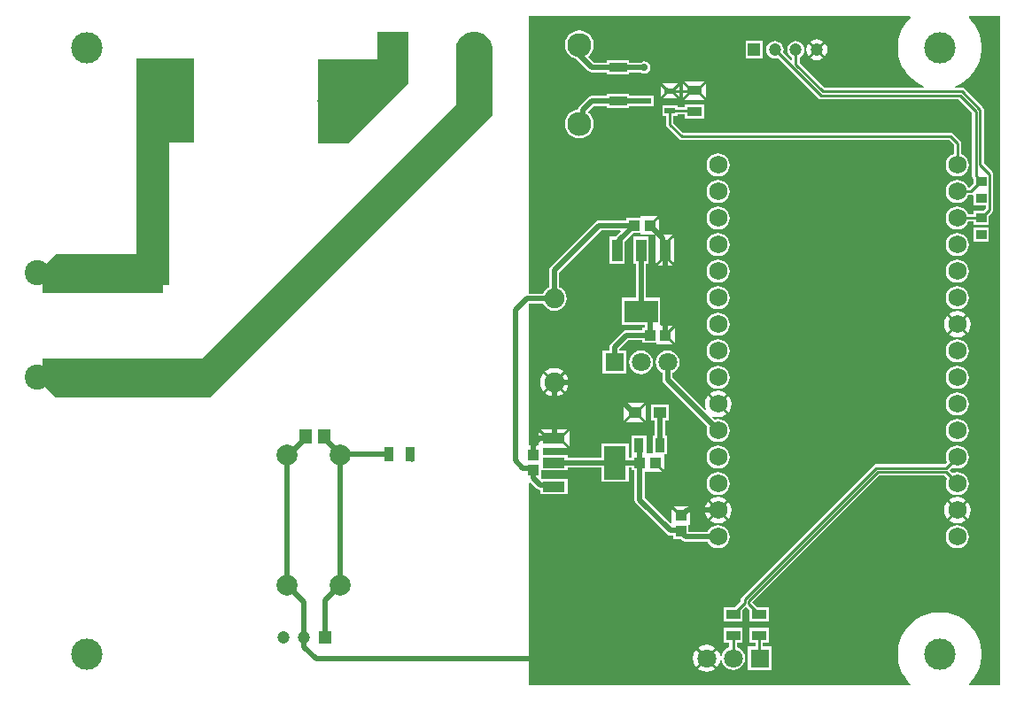
<source format=gtl>
G04*
G04 #@! TF.GenerationSoftware,Altium Limited,Altium Designer,19.1.7 (138)*
G04*
G04 Layer_Physical_Order=1*
G04 Layer_Color=255*
%FSLAX44Y44*%
%MOMM*%
G71*
G01*
G75*
%ADD10C,0.2500*%
%ADD12C,0.2540*%
%ADD18R,1.0000X2.1500*%
%ADD19R,3.2500X2.1500*%
%ADD20R,1.1500X1.4500*%
%ADD21R,0.9500X1.4000*%
%ADD22R,1.0000X1.0000*%
%ADD23R,1.4000X0.9500*%
%ADD24R,1.0000X0.9000*%
%ADD25R,1.0000X1.0000*%
%ADD26R,2.1500X3.2500*%
%ADD27R,2.1500X1.0000*%
%ADD28R,1.7000X0.9000*%
%ADD29R,1.0000X0.6000*%
%ADD30R,1.3000X1.1000*%
%ADD54C,0.5000*%
%ADD55C,1.0000*%
%ADD56C,2.4000*%
%ADD57R,1.2000X1.2000*%
%ADD58C,1.2000*%
%ADD59C,3.0000*%
%ADD60C,2.0000*%
%ADD61C,1.8000*%
%ADD62R,1.8000X1.8000*%
%ADD63C,1.7530*%
%ADD64C,2.3000*%
%ADD65C,1.9000*%
%ADD66C,0.5000*%
%ADD67C,0.7000*%
G36*
X437959Y629347D02*
X441053Y628065D01*
X443837Y626205D01*
X446205Y623837D01*
X448065Y621053D01*
X449347Y617959D01*
X450000Y614674D01*
X450000Y613000D01*
X450000Y613000D01*
X450000Y550000D01*
X180000Y280000D01*
X32500Y280000D01*
X20000Y292500D01*
X20000Y317500D01*
X50000Y317500D01*
X172500Y317500D01*
X415000Y560000D01*
X415000Y613000D01*
Y614674D01*
X415653Y617959D01*
X416935Y621053D01*
X418795Y623837D01*
X421163Y626205D01*
X423947Y628065D01*
X427041Y629347D01*
X430326Y630000D01*
X432000D01*
X432000Y630000D01*
X433000Y630000D01*
X434674Y630000D01*
X437959Y629347D01*
D02*
G37*
G36*
X934902Y5098D02*
X905826D01*
X905340Y6271D01*
X907638Y8569D01*
X910830Y12729D01*
X913452Y17270D01*
X915458Y22115D01*
X916815Y27180D01*
X917500Y32378D01*
X917500Y35000D01*
X917500Y37622D01*
X916815Y42820D01*
X915458Y47885D01*
X913452Y52729D01*
X910830Y57270D01*
X907638Y61430D01*
X903930Y65138D01*
X899771Y68330D01*
X895229Y70952D01*
X890385Y72958D01*
X885320Y74316D01*
X880122Y75000D01*
X877500Y75000D01*
X874878D01*
X869680Y74316D01*
X864615Y72958D01*
X859770Y70952D01*
X855229Y68330D01*
X851069Y65138D01*
X847362Y61430D01*
X844170Y57270D01*
X841548Y52729D01*
X839541Y47885D01*
X838184Y42820D01*
X837500Y37622D01*
Y32378D01*
X838184Y27180D01*
X839541Y22115D01*
X841548Y17270D01*
X844170Y12729D01*
X847362Y8569D01*
X849660Y6271D01*
X849174Y5098D01*
X485000D01*
Y198427D01*
X486270Y198953D01*
X492112Y193111D01*
X493666Y192073D01*
X495500Y191708D01*
X495800Y190497D01*
Y187800D01*
X521700D01*
Y202200D01*
X496610D01*
X496200Y203300D01*
X496200Y203300D01*
X496200D01*
X496200Y203300D01*
Y210800D01*
X521700D01*
Y213208D01*
X554300D01*
Y199550D01*
X580200D01*
Y213208D01*
X583300D01*
Y210800D01*
X585708D01*
Y182500D01*
X585708Y182500D01*
X586073Y180666D01*
X587112Y179111D01*
X616612Y149612D01*
X618166Y148573D01*
X620000Y148208D01*
X620000Y148208D01*
X622800D01*
Y145300D01*
X629423D01*
X630911Y143812D01*
X630911Y143812D01*
X632466Y142773D01*
X634300Y142408D01*
X634300Y142408D01*
X655816D01*
X656122Y141670D01*
X657880Y139380D01*
X660170Y137622D01*
X662838Y136517D01*
X665700Y136140D01*
X668562Y136517D01*
X671230Y137622D01*
X673520Y139380D01*
X675278Y141670D01*
X676383Y144338D01*
X676760Y147200D01*
X676383Y150062D01*
X675278Y152730D01*
X673520Y155020D01*
X671230Y156778D01*
X668562Y157883D01*
X665700Y158260D01*
X662838Y157883D01*
X660170Y156778D01*
X657880Y155020D01*
X656122Y152730D01*
X655816Y151992D01*
X637200D01*
Y158500D01*
X639000D01*
Y174704D01*
X630898Y166602D01*
X630000Y167500D01*
X629102Y166602D01*
X621000Y174704D01*
Y160436D01*
X619827Y159950D01*
X595292Y184485D01*
Y208850D01*
X596500Y209000D01*
Y209000D01*
X612704D01*
X604602Y217102D01*
X606398Y218898D01*
X614500Y210796D01*
Y225800D01*
X616950D01*
Y244200D01*
X614792D01*
Y258300D01*
X618700D01*
Y273700D01*
X601300D01*
Y258300D01*
X605208D01*
Y244200D01*
X603050D01*
Y227000D01*
X596950D01*
Y244200D01*
X583050D01*
Y226367D01*
X583050Y225800D01*
X583050D01*
X583300Y225200D01*
X583300Y225200D01*
Y222792D01*
X580200D01*
Y236450D01*
X554300D01*
Y222792D01*
X521700D01*
Y225200D01*
X498000D01*
Y232000D01*
X521704D01*
X513602Y240102D01*
X514500Y241000D01*
X513602Y241898D01*
X521704Y250000D01*
X495796D01*
X503898Y241898D01*
X502102Y240102D01*
X494000Y248204D01*
Y234500D01*
X485000D01*
Y370208D01*
X498321D01*
X498780Y369100D01*
X500656Y366656D01*
X503100Y364780D01*
X505946Y363601D01*
X509000Y363199D01*
X512054Y363601D01*
X514901Y364780D01*
X517345Y366656D01*
X519220Y369100D01*
X520399Y371946D01*
X520801Y375000D01*
X520399Y378054D01*
X519220Y380900D01*
X517345Y383344D01*
X514901Y385220D01*
X513792Y385679D01*
Y400015D01*
X553985Y440208D01*
X572272D01*
X572758Y439035D01*
X568111Y434389D01*
X567985Y434200D01*
X561800D01*
Y408300D01*
X576200D01*
Y423287D01*
X576292Y423750D01*
Y429015D01*
X585077Y437800D01*
X591500D01*
Y436000D01*
X604730D01*
X606000Y436000D01*
X606000Y434730D01*
Y408296D01*
X614102Y416398D01*
X615000Y415500D01*
X615898Y416398D01*
X624000Y408296D01*
Y434204D01*
X615898Y426102D01*
X614102Y427898D01*
X622204Y436000D01*
X610770D01*
X609500Y436000D01*
X609500Y437270D01*
Y452204D01*
X601398Y444102D01*
X599602Y445898D01*
X607704Y454000D01*
X591500D01*
Y452200D01*
X578300D01*
Y449792D01*
X552000D01*
X552000Y449792D01*
X550166Y449427D01*
X548611Y448388D01*
X548611Y448388D01*
X505611Y405388D01*
X504573Y403834D01*
X504208Y402000D01*
X504208Y402000D01*
Y385679D01*
X503100Y385220D01*
X500656Y383344D01*
X498780Y380900D01*
X498321Y379792D01*
X485000D01*
Y644902D01*
X849174D01*
X849660Y643729D01*
X847362Y641430D01*
X844170Y637270D01*
X841548Y632729D01*
X839541Y627885D01*
X838184Y622820D01*
X837500Y617622D01*
Y612378D01*
X838184Y607179D01*
X839541Y602115D01*
X841548Y597270D01*
X844170Y592729D01*
X847362Y588569D01*
X851070Y584862D01*
X855230Y581670D01*
X859771Y579048D01*
X862668Y577848D01*
X862415Y576578D01*
X767139D01*
X743538Y600179D01*
Y605590D01*
X744135Y605837D01*
X745848Y607152D01*
X747163Y608865D01*
X747989Y610859D01*
X748271Y613000D01*
X747989Y615141D01*
X747163Y617135D01*
X745848Y618848D01*
X744135Y620163D01*
X742141Y620989D01*
X740000Y621271D01*
X737859Y620989D01*
X735865Y620163D01*
X734152Y618848D01*
X732837Y617135D01*
X732011Y615141D01*
X731729Y613000D01*
X732011Y610859D01*
X732837Y608865D01*
X734152Y607152D01*
X735865Y605837D01*
X736462Y605590D01*
Y603201D01*
X735289Y602715D01*
X727741Y610262D01*
X727989Y610859D01*
X728271Y613000D01*
X727989Y615141D01*
X727163Y617135D01*
X725848Y618848D01*
X724135Y620163D01*
X722141Y620989D01*
X720000Y621271D01*
X717859Y620989D01*
X715865Y620163D01*
X714152Y618848D01*
X712837Y617135D01*
X712011Y615141D01*
X711729Y613000D01*
X712011Y610859D01*
X712837Y608865D01*
X714152Y607152D01*
X715865Y605837D01*
X717859Y605011D01*
X720000Y604729D01*
X722141Y605011D01*
X722738Y605258D01*
X761498Y566498D01*
X762646Y565731D01*
X764000Y565462D01*
X895535D01*
X908462Y552534D01*
Y492000D01*
X908731Y490646D01*
X909498Y489498D01*
X909800Y489197D01*
Y485303D01*
X905876Y481380D01*
X904434Y481588D01*
X903878Y482930D01*
X902120Y485220D01*
X899830Y486978D01*
X897162Y488083D01*
X894300Y488460D01*
X891438Y488083D01*
X888770Y486978D01*
X886480Y485220D01*
X884722Y482930D01*
X883617Y480262D01*
X883240Y477400D01*
X883617Y474538D01*
X884722Y471870D01*
X886480Y469580D01*
X888770Y467822D01*
X891438Y466717D01*
X894300Y466340D01*
X897162Y466717D01*
X899830Y467822D01*
X902120Y469580D01*
X903878Y471870D01*
X904703Y473862D01*
X906900D01*
X908254Y474131D01*
X908530Y474316D01*
X909800Y473637D01*
Y464300D01*
X921462D01*
Y461465D01*
X918697Y458700D01*
X909800D01*
Y455538D01*
X904703D01*
X903878Y457530D01*
X902120Y459820D01*
X899830Y461578D01*
X897162Y462683D01*
X894300Y463060D01*
X891438Y462683D01*
X888770Y461578D01*
X886480Y459820D01*
X884722Y457530D01*
X883617Y454862D01*
X883240Y452000D01*
X883617Y449138D01*
X884722Y446470D01*
X886480Y444180D01*
X888770Y442422D01*
X891438Y441317D01*
X894300Y440940D01*
X897162Y441317D01*
X899830Y442422D01*
X902120Y444180D01*
X903878Y446470D01*
X904703Y448462D01*
X909800D01*
Y445300D01*
X924200D01*
Y454197D01*
X927502Y457498D01*
X928269Y458646D01*
X928538Y460000D01*
Y494000D01*
X928269Y495354D01*
X927502Y496502D01*
X919578Y504426D01*
Y555673D01*
X919309Y557027D01*
X918542Y558175D01*
X901175Y575542D01*
X900027Y576309D01*
X898673Y576578D01*
X892585D01*
X892332Y577848D01*
X895230Y579048D01*
X899771Y581670D01*
X903930Y584862D01*
X907638Y588569D01*
X910830Y592729D01*
X913452Y597270D01*
X915458Y602115D01*
X916815Y607179D01*
X917500Y612378D01*
X917500Y615000D01*
X917500Y617622D01*
X916815Y622820D01*
X915458Y627885D01*
X913452Y632729D01*
X910830Y637270D01*
X907638Y641430D01*
X905340Y643729D01*
X905826Y644902D01*
X934902D01*
X934902Y5098D01*
D02*
G37*
G36*
X165000Y524000D02*
X141000Y524000D01*
X141000Y388000D01*
X135000Y388000D01*
Y380000D01*
X50000Y380000D01*
X20000Y380000D01*
X20000Y405000D01*
X32500Y417500D01*
X110000Y417500D01*
X110000Y605000D01*
X165000Y605000D01*
X165000Y524000D01*
D02*
G37*
G36*
X370000Y581000D02*
X312000Y523000D01*
X283000D01*
Y604000D01*
X340000D01*
Y630000D01*
X370000D01*
Y581000D01*
D02*
G37*
%LPC*%
G36*
X760000Y623086D02*
X757390Y622743D01*
X754957Y621735D01*
X753884Y620912D01*
X760000Y614796D01*
X766116Y620912D01*
X765043Y621735D01*
X762610Y622743D01*
X760000Y623086D01*
D02*
G37*
G36*
X767912Y619116D02*
X761796Y613000D01*
X767912Y606884D01*
X768735Y607957D01*
X769743Y610390D01*
X770086Y613000D01*
X769743Y615611D01*
X768735Y618043D01*
X767912Y619116D01*
D02*
G37*
G36*
X752088Y619116D02*
X751265Y618043D01*
X750257Y615611D01*
X749914Y613000D01*
X750257Y610390D01*
X751265Y607957D01*
X752088Y606884D01*
X758204Y613000D01*
X752088Y619116D01*
D02*
G37*
G36*
X708200Y621200D02*
X691800D01*
Y604800D01*
X708200D01*
Y621200D01*
D02*
G37*
G36*
X760000Y611204D02*
X753884Y605088D01*
X754957Y604265D01*
X757390Y603257D01*
X760000Y602914D01*
X762610Y603257D01*
X765043Y604265D01*
X766116Y605088D01*
X760000Y611204D01*
D02*
G37*
G36*
X533000Y631418D02*
X529424Y630947D01*
X526091Y629567D01*
X523229Y627371D01*
X521033Y624509D01*
X519653Y621176D01*
X519182Y617600D01*
X519653Y614024D01*
X521033Y610691D01*
X523229Y607829D01*
X526091Y605633D01*
X529424Y604253D01*
X530053Y604170D01*
X541612Y592612D01*
X543166Y591573D01*
X545000Y591208D01*
X545000Y591208D01*
X559300D01*
Y589300D01*
X580700D01*
Y591208D01*
X591912D01*
X592776Y590631D01*
X595000Y590188D01*
X597224Y590631D01*
X599109Y591890D01*
X600369Y593776D01*
X600812Y596000D01*
X600369Y598224D01*
X599109Y600109D01*
X597224Y601369D01*
X595000Y601812D01*
X592776Y601369D01*
X591912Y600792D01*
X580700D01*
Y602700D01*
X559300D01*
Y600792D01*
X546985D01*
X541855Y605922D01*
X541938Y607190D01*
X542771Y607829D01*
X544967Y610691D01*
X546347Y614024D01*
X546818Y617600D01*
X546347Y621176D01*
X544967Y624509D01*
X542771Y627371D01*
X539909Y629567D01*
X536576Y630947D01*
X533000Y631418D01*
D02*
G37*
G36*
X580700Y570700D02*
X559300D01*
Y568792D01*
X545000D01*
X545000Y568792D01*
X543166Y568427D01*
X541612Y567389D01*
X541612Y567388D01*
X533056Y558833D01*
X532017Y557278D01*
X531692Y555646D01*
X529424Y555347D01*
X526091Y553967D01*
X523229Y551771D01*
X521033Y548909D01*
X519653Y545576D01*
X519182Y542000D01*
X519653Y538424D01*
X521033Y535091D01*
X523229Y532229D01*
X526091Y530033D01*
X529424Y528653D01*
X533000Y528182D01*
X536576Y528653D01*
X539909Y530033D01*
X542771Y532229D01*
X544967Y535091D01*
X546347Y538424D01*
X546818Y542000D01*
X546347Y545576D01*
X544967Y548909D01*
X542771Y551771D01*
X541879Y552455D01*
X541792Y554015D01*
X546985Y559208D01*
X559300D01*
Y557300D01*
X580700D01*
Y559208D01*
X589370D01*
Y558800D01*
X603770D01*
Y569200D01*
X589370D01*
Y568792D01*
X580700D01*
Y570700D01*
D02*
G37*
G36*
X628500Y578704D02*
X623296Y573500D01*
X628500Y568296D01*
Y578704D01*
D02*
G37*
G36*
X610500Y578704D02*
Y568296D01*
X615704Y573500D01*
X610500Y578704D01*
D02*
G37*
G36*
X632000Y580954D02*
Y567046D01*
X638954Y574000D01*
X632000Y580954D01*
D02*
G37*
G36*
X654000Y580954D02*
X647046Y574000D01*
X654000Y567046D01*
Y580954D01*
D02*
G37*
G36*
X626704Y580500D02*
X612296D01*
X618398Y574398D01*
X617500Y573500D01*
X618398Y572602D01*
X612296Y566500D01*
X626704D01*
X620602Y572602D01*
X621500Y573500D01*
X620602Y574398D01*
X626704Y580500D01*
D02*
G37*
G36*
X652204Y582750D02*
X633796D01*
X641648Y574898D01*
X640750Y574000D01*
X641648Y573102D01*
X633796Y565250D01*
X652204D01*
X644352Y573102D01*
X645250Y574000D01*
X644352Y574898D01*
X652204Y582750D01*
D02*
G37*
G36*
X652200Y560950D02*
X633800D01*
Y558018D01*
X626700D01*
Y559700D01*
X612300D01*
Y549300D01*
X615982D01*
Y541500D01*
X616250Y540154D01*
X617013Y539013D01*
X628513Y527513D01*
X629654Y526750D01*
X631000Y526482D01*
X886543D01*
X890782Y522243D01*
Y513211D01*
X888770Y512378D01*
X886480Y510620D01*
X884722Y508330D01*
X883617Y505662D01*
X883240Y502800D01*
X883617Y499938D01*
X884722Y497270D01*
X886480Y494980D01*
X888770Y493222D01*
X891438Y492117D01*
X894300Y491740D01*
X897162Y492117D01*
X899830Y493222D01*
X902120Y494980D01*
X903878Y497270D01*
X904983Y499938D01*
X905360Y502800D01*
X904983Y505662D01*
X903878Y508330D01*
X902120Y510620D01*
X899830Y512378D01*
X897818Y513211D01*
Y523700D01*
X897550Y525046D01*
X896787Y526187D01*
X890487Y532487D01*
X889346Y533250D01*
X888000Y533518D01*
X632457D01*
X623018Y542957D01*
Y549300D01*
X626700D01*
Y550982D01*
X633800D01*
Y547050D01*
X652200D01*
Y560950D01*
D02*
G37*
G36*
X665700Y513860D02*
X662838Y513483D01*
X660170Y512378D01*
X657880Y510620D01*
X656122Y508330D01*
X655017Y505662D01*
X654640Y502800D01*
X655017Y499938D01*
X656122Y497270D01*
X657880Y494980D01*
X660170Y493222D01*
X662838Y492117D01*
X665700Y491740D01*
X668562Y492117D01*
X671230Y493222D01*
X673520Y494980D01*
X675278Y497270D01*
X676383Y499938D01*
X676760Y502800D01*
X676383Y505662D01*
X675278Y508330D01*
X673520Y510620D01*
X671230Y512378D01*
X668562Y513483D01*
X665700Y513860D01*
D02*
G37*
G36*
Y488460D02*
X662838Y488083D01*
X660170Y486978D01*
X657880Y485220D01*
X656122Y482930D01*
X655017Y480262D01*
X654640Y477400D01*
X655017Y474538D01*
X656122Y471870D01*
X657880Y469580D01*
X660170Y467822D01*
X662838Y466717D01*
X665700Y466340D01*
X668562Y466717D01*
X671230Y467822D01*
X673520Y469580D01*
X675278Y471870D01*
X676383Y474538D01*
X676760Y477400D01*
X676383Y480262D01*
X675278Y482930D01*
X673520Y485220D01*
X671230Y486978D01*
X668562Y488083D01*
X665700Y488460D01*
D02*
G37*
G36*
Y463060D02*
X662838Y462683D01*
X660170Y461578D01*
X657880Y459820D01*
X656122Y457530D01*
X655017Y454862D01*
X654640Y452000D01*
X655017Y449138D01*
X656122Y446470D01*
X657880Y444180D01*
X660170Y442422D01*
X662838Y441317D01*
X665700Y440940D01*
X668562Y441317D01*
X671230Y442422D01*
X673520Y444180D01*
X675278Y446470D01*
X676383Y449138D01*
X676760Y452000D01*
X676383Y454862D01*
X675278Y457530D01*
X673520Y459820D01*
X671230Y461578D01*
X668562Y462683D01*
X665700Y463060D01*
D02*
G37*
G36*
X924200Y442700D02*
X909800D01*
Y429300D01*
X924200D01*
Y442700D01*
D02*
G37*
G36*
X894300Y437660D02*
X891438Y437283D01*
X888770Y436178D01*
X886480Y434420D01*
X884722Y432130D01*
X883617Y429462D01*
X883240Y426600D01*
X883617Y423738D01*
X884722Y421070D01*
X886480Y418780D01*
X888770Y417022D01*
X891438Y415917D01*
X894300Y415540D01*
X897162Y415917D01*
X899830Y417022D01*
X902120Y418780D01*
X903878Y421070D01*
X904983Y423738D01*
X905360Y426600D01*
X904983Y429462D01*
X903878Y432130D01*
X902120Y434420D01*
X899830Y436178D01*
X897162Y437283D01*
X894300Y437660D01*
D02*
G37*
G36*
X665700D02*
X662838Y437283D01*
X660170Y436178D01*
X657880Y434420D01*
X656122Y432130D01*
X655017Y429462D01*
X654640Y426600D01*
X655017Y423738D01*
X656122Y421070D01*
X657880Y418780D01*
X660170Y417022D01*
X662838Y415917D01*
X665700Y415540D01*
X668562Y415917D01*
X671230Y417022D01*
X673520Y418780D01*
X675278Y421070D01*
X676383Y423738D01*
X676760Y426600D01*
X676383Y429462D01*
X675278Y432130D01*
X673520Y434420D01*
X671230Y436178D01*
X668562Y437283D01*
X665700Y437660D01*
D02*
G37*
G36*
X615000Y413704D02*
X607796Y406500D01*
X622204D01*
X615000Y413704D01*
D02*
G37*
G36*
X894300Y412260D02*
X891438Y411883D01*
X888770Y410778D01*
X886480Y409020D01*
X884722Y406730D01*
X883617Y404062D01*
X883240Y401200D01*
X883617Y398338D01*
X884722Y395670D01*
X886480Y393380D01*
X888770Y391622D01*
X891438Y390517D01*
X894300Y390140D01*
X897162Y390517D01*
X899830Y391622D01*
X902120Y393380D01*
X903878Y395670D01*
X904983Y398338D01*
X905360Y401200D01*
X904983Y404062D01*
X903878Y406730D01*
X902120Y409020D01*
X899830Y410778D01*
X897162Y411883D01*
X894300Y412260D01*
D02*
G37*
G36*
X665700D02*
X662838Y411883D01*
X660170Y410778D01*
X657880Y409020D01*
X656122Y406730D01*
X655017Y404062D01*
X654640Y401200D01*
X655017Y398338D01*
X656122Y395670D01*
X657880Y393380D01*
X660170Y391622D01*
X662838Y390517D01*
X665700Y390140D01*
X668562Y390517D01*
X671230Y391622D01*
X673520Y393380D01*
X675278Y395670D01*
X676383Y398338D01*
X676760Y401200D01*
X676383Y404062D01*
X675278Y406730D01*
X673520Y409020D01*
X671230Y410778D01*
X668562Y411883D01*
X665700Y412260D01*
D02*
G37*
G36*
X894300Y386860D02*
X891438Y386483D01*
X888770Y385378D01*
X886480Y383620D01*
X884722Y381330D01*
X883617Y378662D01*
X883240Y375800D01*
X883617Y372938D01*
X884722Y370270D01*
X886480Y367980D01*
X888770Y366222D01*
X891438Y365117D01*
X894300Y364740D01*
X897162Y365117D01*
X899830Y366222D01*
X902120Y367980D01*
X903878Y370270D01*
X904983Y372938D01*
X905360Y375800D01*
X904983Y378662D01*
X903878Y381330D01*
X902120Y383620D01*
X899830Y385378D01*
X897162Y386483D01*
X894300Y386860D01*
D02*
G37*
G36*
X665700D02*
X662838Y386483D01*
X660170Y385378D01*
X657880Y383620D01*
X656122Y381330D01*
X655017Y378662D01*
X654640Y375800D01*
X655017Y372938D01*
X656122Y370270D01*
X657880Y367980D01*
X660170Y366222D01*
X662838Y365117D01*
X665700Y364740D01*
X668562Y365117D01*
X671230Y366222D01*
X673520Y367980D01*
X675278Y370270D01*
X676383Y372938D01*
X676760Y375800D01*
X676383Y378662D01*
X675278Y381330D01*
X673520Y383620D01*
X671230Y385378D01*
X668562Y386483D01*
X665700Y386860D01*
D02*
G37*
G36*
X894300Y363275D02*
X890968Y362836D01*
X887862Y361550D01*
X886212Y360284D01*
X894300Y352196D01*
X902388Y360284D01*
X900738Y361550D01*
X897632Y362836D01*
X894300Y363275D01*
D02*
G37*
G36*
X599200Y434200D02*
X584800D01*
Y408300D01*
X587208D01*
Y375700D01*
X573550D01*
Y349800D01*
X595708D01*
Y347200D01*
X593300D01*
Y344792D01*
X578000D01*
X578000Y344792D01*
X576166Y344427D01*
X574612Y343388D01*
X563212Y331988D01*
X562173Y330434D01*
X561808Y328600D01*
X561808Y328600D01*
Y325200D01*
X555400D01*
Y302800D01*
X577800D01*
Y325200D01*
X571392D01*
Y326615D01*
X579985Y335208D01*
X593300D01*
Y332800D01*
X606500D01*
Y331000D01*
X622704D01*
X614602Y339102D01*
X615500Y340000D01*
X614602Y340898D01*
X622704Y349000D01*
X611389D01*
X610450Y349800D01*
Y375700D01*
X596792D01*
Y408300D01*
X599200D01*
Y434200D01*
D02*
G37*
G36*
X904184Y358488D02*
X896096Y350400D01*
X904184Y342312D01*
X905450Y343962D01*
X906736Y347068D01*
X907175Y350400D01*
X906736Y353732D01*
X905450Y356838D01*
X904184Y358488D01*
D02*
G37*
G36*
X884416Y358488D02*
X883150Y356838D01*
X881864Y353732D01*
X881425Y350400D01*
X881864Y347068D01*
X883150Y343962D01*
X884416Y342312D01*
X892504Y350400D01*
X884416Y358488D01*
D02*
G37*
G36*
X665700Y361460D02*
X662838Y361083D01*
X660170Y359978D01*
X657880Y358220D01*
X656122Y355930D01*
X655017Y353262D01*
X654640Y350400D01*
X655017Y347538D01*
X656122Y344870D01*
X657880Y342580D01*
X660170Y340822D01*
X662838Y339717D01*
X665700Y339340D01*
X668562Y339717D01*
X671230Y340822D01*
X673520Y342580D01*
X675278Y344870D01*
X676383Y347538D01*
X676760Y350400D01*
X676383Y353262D01*
X675278Y355930D01*
X673520Y358220D01*
X671230Y359978D01*
X668562Y361083D01*
X665700Y361460D01*
D02*
G37*
G36*
X894300Y348604D02*
X886212Y340516D01*
X887862Y339250D01*
X890968Y337964D01*
X894300Y337525D01*
X897632Y337964D01*
X900738Y339250D01*
X902388Y340516D01*
X894300Y348604D01*
D02*
G37*
G36*
X624500Y347204D02*
X617296Y340000D01*
X624500Y332796D01*
Y347204D01*
D02*
G37*
G36*
X894300Y336060D02*
X891438Y335683D01*
X888770Y334578D01*
X886480Y332820D01*
X884722Y330530D01*
X883617Y327862D01*
X883240Y325000D01*
X883617Y322138D01*
X884722Y319470D01*
X886480Y317180D01*
X888770Y315422D01*
X891438Y314317D01*
X894300Y313940D01*
X897162Y314317D01*
X899830Y315422D01*
X902120Y317180D01*
X903878Y319470D01*
X904983Y322138D01*
X905360Y325000D01*
X904983Y327862D01*
X903878Y330530D01*
X902120Y332820D01*
X899830Y334578D01*
X897162Y335683D01*
X894300Y336060D01*
D02*
G37*
G36*
X665700D02*
X662838Y335683D01*
X660170Y334578D01*
X657880Y332820D01*
X656122Y330530D01*
X655017Y327862D01*
X654640Y325000D01*
X655017Y322138D01*
X656122Y319470D01*
X657880Y317180D01*
X660170Y315422D01*
X662838Y314317D01*
X665700Y313940D01*
X668562Y314317D01*
X671230Y315422D01*
X673520Y317180D01*
X675278Y319470D01*
X676383Y322138D01*
X676760Y325000D01*
X676383Y327862D01*
X675278Y330530D01*
X673520Y332820D01*
X671230Y334578D01*
X668562Y335683D01*
X665700Y336060D01*
D02*
G37*
G36*
X592000Y325297D02*
X589076Y324912D01*
X586352Y323783D01*
X584012Y321988D01*
X582217Y319648D01*
X581088Y316924D01*
X580703Y314000D01*
X581088Y311076D01*
X582217Y308352D01*
X584012Y306012D01*
X586352Y304217D01*
X589076Y303088D01*
X592000Y302703D01*
X594924Y303088D01*
X597648Y304217D01*
X599988Y306012D01*
X601783Y308352D01*
X602912Y311076D01*
X603297Y314000D01*
X602912Y316924D01*
X601783Y319648D01*
X599988Y321988D01*
X597648Y323783D01*
X594924Y324912D01*
X592000Y325297D01*
D02*
G37*
G36*
X509000Y308617D02*
X505476Y308153D01*
X502192Y306792D01*
X500388Y305408D01*
X509000Y296796D01*
X517612Y305408D01*
X515808Y306792D01*
X512524Y308153D01*
X509000Y308617D01*
D02*
G37*
G36*
X894300Y310660D02*
X891438Y310283D01*
X888770Y309178D01*
X886480Y307420D01*
X884722Y305130D01*
X883617Y302462D01*
X883240Y299600D01*
X883617Y296738D01*
X884722Y294070D01*
X886480Y291780D01*
X888770Y290022D01*
X891438Y288917D01*
X894300Y288540D01*
X897162Y288917D01*
X899830Y290022D01*
X902120Y291780D01*
X903878Y294070D01*
X904983Y296738D01*
X905360Y299600D01*
X904983Y302462D01*
X903878Y305130D01*
X902120Y307420D01*
X899830Y309178D01*
X897162Y310283D01*
X894300Y310660D01*
D02*
G37*
G36*
X665700D02*
X662838Y310283D01*
X660170Y309178D01*
X657880Y307420D01*
X656122Y305130D01*
X655017Y302462D01*
X654640Y299600D01*
X655017Y296738D01*
X656122Y294070D01*
X657880Y291780D01*
X660170Y290022D01*
X662838Y288917D01*
X665700Y288540D01*
X668562Y288917D01*
X671230Y290022D01*
X673520Y291780D01*
X675278Y294070D01*
X676383Y296738D01*
X676760Y299600D01*
X676383Y302462D01*
X675278Y305130D01*
X673520Y307420D01*
X671230Y309178D01*
X668562Y310283D01*
X665700Y310660D01*
D02*
G37*
G36*
X498592Y303612D02*
X497208Y301808D01*
X495848Y298524D01*
X495383Y295000D01*
X495848Y291476D01*
X497208Y288192D01*
X498592Y286388D01*
X507204Y295000D01*
X498592Y303612D01*
D02*
G37*
G36*
X519408Y303612D02*
X510796Y295000D01*
X519408Y286388D01*
X520792Y288192D01*
X522152Y291476D01*
X522617Y295000D01*
X522152Y298524D01*
X520792Y301808D01*
X519408Y303612D01*
D02*
G37*
G36*
X509000Y293204D02*
X500388Y284592D01*
X502192Y283208D01*
X505476Y281847D01*
X509000Y281383D01*
X512524Y281847D01*
X515808Y283208D01*
X517612Y284592D01*
X509000Y293204D01*
D02*
G37*
G36*
X665700Y287075D02*
X662368Y286636D01*
X659262Y285350D01*
X657612Y284084D01*
X665700Y275996D01*
X673788Y284084D01*
X672138Y285350D01*
X669032Y286636D01*
X665700Y287075D01*
D02*
G37*
G36*
X675584Y282288D02*
X667496Y274200D01*
X675584Y266112D01*
X676850Y267762D01*
X678136Y270868D01*
X678575Y274200D01*
X678136Y277532D01*
X676850Y280638D01*
X675584Y282288D01*
D02*
G37*
G36*
X894300Y285260D02*
X891438Y284883D01*
X888770Y283778D01*
X886480Y282020D01*
X884722Y279730D01*
X883617Y277062D01*
X883240Y274200D01*
X883617Y271338D01*
X884722Y268670D01*
X886480Y266380D01*
X888770Y264622D01*
X891438Y263517D01*
X894300Y263140D01*
X897162Y263517D01*
X899830Y264622D01*
X902120Y266380D01*
X903878Y268670D01*
X904983Y271338D01*
X905360Y274200D01*
X904983Y277062D01*
X903878Y279730D01*
X902120Y282020D01*
X899830Y283778D01*
X897162Y284883D01*
X894300Y285260D01*
D02*
G37*
G36*
X617400Y325297D02*
X614476Y324912D01*
X611752Y323783D01*
X609412Y321988D01*
X607617Y319648D01*
X606488Y316924D01*
X606103Y314000D01*
X606488Y311076D01*
X607617Y308352D01*
X609412Y306012D01*
X611752Y304217D01*
X612608Y303862D01*
Y297100D01*
X612608Y297100D01*
X612973Y295266D01*
X614011Y293711D01*
X655323Y252400D01*
X655017Y251662D01*
X654640Y248800D01*
X655017Y245938D01*
X656122Y243270D01*
X657880Y240980D01*
X660170Y239222D01*
X662838Y238117D01*
X665700Y237740D01*
X668562Y238117D01*
X671230Y239222D01*
X673520Y240980D01*
X675278Y243270D01*
X676383Y245938D01*
X676760Y248800D01*
X676383Y251662D01*
X675278Y254330D01*
X673520Y256620D01*
X671230Y258378D01*
X668562Y259483D01*
X665700Y259860D01*
X662838Y259483D01*
X662100Y259177D01*
X659842Y261435D01*
X660561Y262512D01*
X662368Y261764D01*
X665700Y261325D01*
X669032Y261764D01*
X672138Y263050D01*
X673788Y264316D01*
X664802Y273302D01*
X655816Y282288D01*
X654550Y280638D01*
X653264Y277532D01*
X652825Y274200D01*
X653264Y270868D01*
X654012Y269061D01*
X652935Y268342D01*
X622192Y299085D01*
Y303862D01*
X623048Y304217D01*
X625388Y306012D01*
X627183Y308352D01*
X628312Y311076D01*
X628697Y314000D01*
X628312Y316924D01*
X627183Y319648D01*
X625388Y321988D01*
X623048Y323783D01*
X620324Y324912D01*
X617400Y325297D01*
D02*
G37*
G36*
X575500Y273704D02*
Y258296D01*
X583204Y266000D01*
X575500Y273704D01*
D02*
G37*
G36*
X596500Y273704D02*
X588796Y266000D01*
X596500Y258296D01*
Y273704D01*
D02*
G37*
G36*
X594704Y275500D02*
X577296D01*
X585898Y266898D01*
X585000Y266000D01*
X585898Y265102D01*
X577296Y256500D01*
X594704D01*
X586102Y265102D01*
X587000Y266000D01*
X586102Y266898D01*
X594704Y275500D01*
D02*
G37*
G36*
X894300Y259860D02*
X891438Y259483D01*
X888770Y258378D01*
X886480Y256620D01*
X884722Y254330D01*
X883617Y251662D01*
X883240Y248800D01*
X883617Y245938D01*
X884722Y243270D01*
X886480Y240980D01*
X888770Y239222D01*
X891438Y238117D01*
X894300Y237740D01*
X897162Y238117D01*
X899830Y239222D01*
X902120Y240980D01*
X903878Y243270D01*
X904983Y245938D01*
X905360Y248800D01*
X904983Y251662D01*
X903878Y254330D01*
X902120Y256620D01*
X899830Y258378D01*
X897162Y259483D01*
X894300Y259860D01*
D02*
G37*
G36*
X523500Y248204D02*
X516296Y241000D01*
X523500Y233796D01*
Y248204D01*
D02*
G37*
G36*
X894300Y234460D02*
X891438Y234083D01*
X888770Y232978D01*
X886480Y231220D01*
X884722Y228930D01*
X883617Y226262D01*
X883240Y223400D01*
X883617Y220538D01*
X884451Y218525D01*
X882443Y216518D01*
X816343D01*
X814997Y216250D01*
X813856Y215487D01*
X688513Y90144D01*
X687750Y89003D01*
X687482Y87657D01*
Y85457D01*
X681975Y79950D01*
X670800D01*
Y66050D01*
X689200D01*
Y77225D01*
X692490Y80515D01*
X692513Y80513D01*
X695800Y77225D01*
Y66050D01*
X714200D01*
Y79950D01*
X703025D01*
X698518Y84457D01*
Y84543D01*
X819457Y205482D01*
X881843D01*
X884451Y202875D01*
X883617Y200862D01*
X883240Y198000D01*
X883617Y195138D01*
X884722Y192470D01*
X886480Y190180D01*
X888770Y188422D01*
X891438Y187317D01*
X894300Y186940D01*
X897162Y187317D01*
X899830Y188422D01*
X902120Y190180D01*
X903878Y192470D01*
X904983Y195138D01*
X905360Y198000D01*
X904983Y200862D01*
X903878Y203530D01*
X902120Y205820D01*
X899830Y207578D01*
X897162Y208683D01*
X894300Y209060D01*
X891438Y208683D01*
X889425Y207849D01*
X886575Y210700D01*
X889425Y213551D01*
X891438Y212717D01*
X894300Y212340D01*
X897162Y212717D01*
X899830Y213822D01*
X902120Y215580D01*
X903878Y217870D01*
X904983Y220538D01*
X905360Y223400D01*
X904983Y226262D01*
X903878Y228930D01*
X902120Y231220D01*
X899830Y232978D01*
X897162Y234083D01*
X894300Y234460D01*
D02*
G37*
G36*
X665700D02*
X662838Y234083D01*
X660170Y232978D01*
X657880Y231220D01*
X656122Y228930D01*
X655017Y226262D01*
X654640Y223400D01*
X655017Y220538D01*
X656122Y217870D01*
X657880Y215580D01*
X660170Y213822D01*
X662838Y212717D01*
X665700Y212340D01*
X668562Y212717D01*
X671230Y213822D01*
X673520Y215580D01*
X675278Y217870D01*
X676383Y220538D01*
X676760Y223400D01*
X676383Y226262D01*
X675278Y228930D01*
X673520Y231220D01*
X671230Y232978D01*
X668562Y234083D01*
X665700Y234460D01*
D02*
G37*
G36*
Y209060D02*
X662838Y208683D01*
X660170Y207578D01*
X657880Y205820D01*
X656122Y203530D01*
X655017Y200862D01*
X654640Y198000D01*
X655017Y195138D01*
X656122Y192470D01*
X657880Y190180D01*
X660170Y188422D01*
X662838Y187317D01*
X665700Y186940D01*
X668562Y187317D01*
X671230Y188422D01*
X673520Y190180D01*
X675278Y192470D01*
X676383Y195138D01*
X676760Y198000D01*
X676383Y200862D01*
X675278Y203530D01*
X673520Y205820D01*
X671230Y207578D01*
X668562Y208683D01*
X665700Y209060D01*
D02*
G37*
G36*
Y185475D02*
X662368Y185036D01*
X659262Y183750D01*
X657612Y182484D01*
X665700Y174396D01*
X673788Y182484D01*
X672138Y183750D01*
X669032Y185036D01*
X665700Y185475D01*
D02*
G37*
G36*
X894300D02*
X890968Y185036D01*
X887862Y183750D01*
X886212Y182484D01*
X894300Y174396D01*
X902388Y182484D01*
X900738Y183750D01*
X897632Y185036D01*
X894300Y185475D01*
D02*
G37*
G36*
X637204Y176500D02*
X622796D01*
X630000Y169296D01*
X637204Y176500D01*
D02*
G37*
G36*
X675584Y180688D02*
X667496Y172600D01*
X675584Y164512D01*
X676850Y166162D01*
X678136Y169268D01*
X678575Y172600D01*
X678136Y175932D01*
X676850Y179038D01*
X675584Y180688D01*
D02*
G37*
G36*
X904184D02*
X896096Y172600D01*
X904184Y164512D01*
X905450Y166162D01*
X906736Y169268D01*
X907175Y172600D01*
X906736Y175932D01*
X905450Y179038D01*
X904184Y180688D01*
D02*
G37*
G36*
X884416Y180688D02*
X883150Y179038D01*
X881864Y175932D01*
X881425Y172600D01*
X881864Y169268D01*
X883150Y166162D01*
X884416Y164512D01*
X892504Y172600D01*
X884416Y180688D01*
D02*
G37*
G36*
X655816D02*
X654550Y179038D01*
X653264Y175932D01*
X652825Y172600D01*
X653264Y169268D01*
X654550Y166162D01*
X655816Y164512D01*
X663904Y172600D01*
X655816Y180688D01*
D02*
G37*
G36*
X894300Y170804D02*
X886212Y162716D01*
X887862Y161450D01*
X890968Y160164D01*
X894300Y159725D01*
X897632Y160164D01*
X900738Y161450D01*
X902388Y162716D01*
X894300Y170804D01*
D02*
G37*
G36*
X665700D02*
X657612Y162716D01*
X659262Y161450D01*
X662368Y160164D01*
X665700Y159725D01*
X669032Y160164D01*
X672138Y161450D01*
X673788Y162716D01*
X665700Y170804D01*
D02*
G37*
G36*
X894300Y158260D02*
X891438Y157883D01*
X888770Y156778D01*
X886480Y155020D01*
X884722Y152730D01*
X883617Y150062D01*
X883240Y147200D01*
X883617Y144338D01*
X884722Y141670D01*
X886480Y139380D01*
X888770Y137622D01*
X891438Y136517D01*
X894300Y136140D01*
X897162Y136517D01*
X899830Y137622D01*
X902120Y139380D01*
X903878Y141670D01*
X904983Y144338D01*
X905360Y147200D01*
X904983Y150062D01*
X903878Y152730D01*
X902120Y155020D01*
X899830Y156778D01*
X897162Y157883D01*
X894300Y158260D01*
D02*
G37*
G36*
X654600Y44112D02*
X651206Y43665D01*
X648044Y42355D01*
X646345Y41052D01*
X654600Y32796D01*
X662856Y41051D01*
X661156Y42355D01*
X657994Y43665D01*
X654600Y44112D01*
D02*
G37*
G36*
X689200Y59950D02*
X670800D01*
Y46050D01*
X676482D01*
Y41666D01*
X674352Y40783D01*
X672012Y38988D01*
X670217Y36648D01*
X669088Y33924D01*
X668848Y32100D01*
X667567D01*
X667265Y34394D01*
X665956Y37556D01*
X664651Y39255D01*
X656396Y31000D01*
X664651Y22745D01*
X665956Y24444D01*
X667265Y27606D01*
X667567Y29900D01*
X668848D01*
X669088Y28076D01*
X670217Y25352D01*
X672012Y23012D01*
X674352Y21217D01*
X677076Y20088D01*
X680000Y19703D01*
X682924Y20088D01*
X685648Y21217D01*
X687988Y23012D01*
X689783Y25352D01*
X690912Y28076D01*
X691297Y31000D01*
X690912Y33924D01*
X689783Y36648D01*
X687988Y38988D01*
X685648Y40783D01*
X683518Y41666D01*
Y46050D01*
X689200D01*
Y59950D01*
D02*
G37*
G36*
X644549Y39255D02*
X643245Y37556D01*
X641935Y34394D01*
X641488Y31000D01*
X641935Y27606D01*
X643245Y24444D01*
X644549Y22745D01*
X652804Y31000D01*
X644549Y39255D01*
D02*
G37*
G36*
X714200Y59950D02*
X695800D01*
Y46050D01*
X701482D01*
Y42200D01*
X694200D01*
Y19800D01*
X716600D01*
Y42200D01*
X708518D01*
Y46050D01*
X714200D01*
Y59950D01*
D02*
G37*
G36*
X654600Y29204D02*
X646345Y20949D01*
X648044Y19645D01*
X651206Y18335D01*
X654600Y17888D01*
X657994Y18335D01*
X661156Y19645D01*
X662856Y20949D01*
X654600Y29204D01*
D02*
G37*
%LPD*%
G54D10*
X705000Y31400D02*
X705400Y31000D01*
X705000Y31400D02*
Y53000D01*
X680000Y31000D02*
Y53000D01*
X691000Y87657D02*
X816343Y213000D01*
X691000Y84000D02*
Y87657D01*
X816343Y213000D02*
X883900D01*
X818000Y209000D02*
X883300D01*
X695000Y86000D02*
X818000Y209000D01*
X695000Y83000D02*
Y86000D01*
Y83000D02*
X705000Y73000D01*
X680000D02*
X691000Y84000D01*
X883300Y209000D02*
X894300Y198000D01*
X883900Y213000D02*
X894300Y223400D01*
X888000Y530000D02*
X894300Y523700D01*
X631000Y530000D02*
X888000D01*
X619500Y541500D02*
X631000Y530000D01*
X894300Y502800D02*
Y523700D01*
X619500Y541500D02*
Y554500D01*
X642500D01*
X619500Y573500D02*
X642500D01*
G54D12*
X925000Y460000D02*
Y494000D01*
X916040Y502960D02*
X925000Y494000D01*
X916040Y502960D02*
Y555673D01*
X898673Y573040D02*
X916040Y555673D01*
X765673Y573040D02*
X898673D01*
X917000Y452000D02*
X925000Y460000D01*
X894300Y477400D02*
X906900D01*
X916500Y487000D01*
X917000D01*
X912000Y492000D02*
X917000Y487000D01*
X912000Y492000D02*
Y554000D01*
X894300Y452000D02*
X917000D01*
X897000Y569000D02*
X912000Y554000D01*
X740000Y598713D02*
X765673Y573040D01*
X740000Y598713D02*
Y613000D01*
X764000Y569000D02*
X897000D01*
X720000Y613000D02*
X764000Y569000D01*
G54D18*
X615000Y421250D02*
D03*
X592000Y421250D02*
D03*
X569000Y421250D02*
D03*
G54D19*
X592000Y362750D02*
D03*
G54D20*
X271000Y243000D02*
D03*
X289000D02*
D03*
G54D21*
X371000Y226000D02*
D03*
X351000D02*
D03*
X590000Y235000D02*
D03*
X610000D02*
D03*
G54D22*
X615500Y340000D02*
D03*
X600500D02*
D03*
X600500Y445000D02*
D03*
X585500D02*
D03*
X605500Y218000D02*
D03*
X590500D02*
D03*
G54D23*
X680000Y73000D02*
D03*
Y53000D02*
D03*
X705000Y73000D02*
D03*
Y53000D02*
D03*
X643000Y554000D02*
D03*
Y574000D02*
D03*
G54D24*
X917000Y471000D02*
D03*
Y487000D02*
D03*
Y436000D02*
D03*
Y452000D02*
D03*
G54D25*
X630000Y167500D02*
D03*
Y152500D02*
D03*
X489000Y225500D02*
D03*
Y210500D02*
D03*
G54D26*
X567250Y218000D02*
D03*
G54D27*
X508750Y195000D02*
D03*
X508750Y218000D02*
D03*
X508750Y241000D02*
D03*
G54D28*
X570000Y596000D02*
D03*
Y564000D02*
D03*
G54D29*
X619500Y554500D02*
D03*
Y573500D02*
D03*
X596570Y564000D02*
D03*
G54D30*
X610000Y266000D02*
D03*
X586000D02*
D03*
G54D54*
X589000Y218000D02*
X590250Y219250D01*
X483000Y375000D02*
X509000D01*
X472000Y364000D02*
X483000Y375000D01*
X472000Y220000D02*
Y364000D01*
X630000Y166500D02*
X636100Y172600D01*
X607000Y216500D02*
Y218000D01*
X507625Y242125D02*
X509000Y243500D01*
X281400Y30600D02*
X558000D01*
X270000Y42000D02*
X281400Y30600D01*
X270000Y42000D02*
Y51000D01*
X371000Y223750D02*
X373250Y221500D01*
X371000Y223750D02*
Y226000D01*
X350750Y225750D02*
X351000Y226000D01*
X304250Y225750D02*
X350750D01*
X304000Y225500D02*
X304250Y225750D01*
X304000Y225500D02*
Y226500D01*
X289000Y241500D02*
X304000Y226500D01*
X289000Y241500D02*
Y243000D01*
X271000Y241500D02*
Y243000D01*
X255000Y225500D02*
X271000Y241500D01*
X254000Y225500D02*
X255000D01*
X304000Y100500D02*
Y225500D01*
X254000Y100500D02*
Y225500D01*
Y100500D02*
X270000Y84500D01*
Y51000D02*
Y84500D01*
X290000Y86500D02*
X304000Y100500D01*
X290000Y51000D02*
Y86500D01*
X585000Y266000D02*
X586000D01*
X488250Y226250D02*
X489000Y225500D01*
X600500Y340000D02*
Y362750D01*
X578000Y340000D02*
X600500D01*
X566600Y328600D02*
X578000Y340000D01*
X592000Y362750D02*
X600500D01*
X566600Y314000D02*
Y328600D01*
X615250Y340250D02*
X615500Y340000D01*
X615250Y340250D02*
Y421000D01*
X615000Y421250D02*
X615250Y421000D01*
X617400Y297100D02*
Y314000D01*
Y297100D02*
X665700Y248800D01*
X592000Y362750D02*
Y421250D01*
X509000Y375000D02*
Y402000D01*
X552000Y445000D01*
X585500D01*
X612500Y423750D02*
X615000Y421250D01*
X612500Y423750D02*
Y433000D01*
X600500Y445000D02*
X612500Y433000D01*
X569000Y421250D02*
X571500Y423750D01*
Y431000D01*
X585500Y445000D01*
X590250Y219250D02*
Y234750D01*
Y218250D02*
Y219250D01*
X590000Y235000D02*
X590250Y234750D01*
Y218250D02*
X590500Y218000D01*
X509000Y295000D02*
X556000D01*
X585000Y266000D01*
X610000Y235000D02*
Y266000D01*
X495000Y241000D02*
X508750D01*
X489000Y235000D02*
X495000Y241000D01*
X489000Y225500D02*
Y235000D01*
X495500Y196500D02*
X507250D01*
X489000Y203000D02*
X495500Y196500D01*
X489000Y203000D02*
Y210500D01*
X507250Y196500D02*
X508750Y195000D01*
X472000Y220000D02*
X479000Y213000D01*
X486500D01*
X489000Y210500D01*
X620000Y153000D02*
X629500D01*
X590500Y182500D02*
X620000Y153000D01*
X590500Y182500D02*
Y218000D01*
X629500Y153000D02*
X630000Y152500D01*
X509000Y243500D02*
Y295000D01*
X508750Y218000D02*
X567250D01*
X589000D01*
X630000Y151500D02*
Y152500D01*
X634300Y147200D02*
X665700D01*
X630000Y151500D02*
X634300Y147200D01*
X636100Y172600D02*
X665700D01*
X603000Y621000D02*
X616000Y608000D01*
X617000Y574000D02*
X617500Y573500D01*
X619500D01*
X602000Y621000D02*
X603000D01*
X570000Y596000D02*
X595000D01*
X570000Y596000D02*
X570000Y596000D01*
X601000Y621000D02*
X602000D01*
X642500Y554500D02*
X643000Y554000D01*
X596570Y564000D02*
X596570Y564000D01*
X570000Y564000D02*
X596570D01*
X545000D02*
X570000D01*
X536444Y555444D02*
X545000Y564000D01*
X536444Y545444D02*
Y555444D01*
X545000Y596000D02*
X570000D01*
X533000Y608000D02*
X545000Y596000D01*
X533000Y608000D02*
Y617600D01*
Y542000D02*
X536444Y545444D01*
G54D55*
X169000Y295000D02*
X432200Y558200D01*
X124000Y295000D02*
X169000D01*
X432200Y558200D02*
Y617600D01*
X290000Y570000D02*
X340000D01*
X356600Y586600D01*
Y617600D01*
G54D56*
X298000Y589000D02*
D03*
Y538200D02*
D03*
X149000Y589400D02*
D03*
Y538600D02*
D03*
X14600Y300000D02*
D03*
X65400D02*
D03*
X14600Y400000D02*
D03*
X65400D02*
D03*
G54D57*
X290000Y51000D02*
D03*
X700000Y613000D02*
D03*
G54D58*
X270000Y51000D02*
D03*
X250000D02*
D03*
X740000Y613000D02*
D03*
X720000D02*
D03*
X760000D02*
D03*
G54D59*
X298000Y564000D02*
D03*
X149000D02*
D03*
X40000Y300000D02*
D03*
Y400000D02*
D03*
X877500Y615000D02*
D03*
Y35000D02*
D03*
X62500D02*
D03*
Y615000D02*
D03*
G54D60*
X304000Y100500D02*
D03*
Y225500D02*
D03*
X254000Y100500D02*
D03*
Y225500D02*
D03*
G54D61*
X592000Y314000D02*
D03*
X617400D02*
D03*
X680000Y31000D02*
D03*
X654600D02*
D03*
G54D62*
X566600Y314000D02*
D03*
X705400Y31000D02*
D03*
G54D63*
X894300Y325000D02*
D03*
Y350400D02*
D03*
Y375800D02*
D03*
Y401200D02*
D03*
Y426600D02*
D03*
Y452000D02*
D03*
Y477400D02*
D03*
Y502800D02*
D03*
Y299600D02*
D03*
Y274200D02*
D03*
Y248800D02*
D03*
Y223400D02*
D03*
Y198000D02*
D03*
Y172600D02*
D03*
Y147200D02*
D03*
X665700D02*
D03*
Y172600D02*
D03*
Y198000D02*
D03*
Y223400D02*
D03*
Y248800D02*
D03*
Y274200D02*
D03*
Y299600D02*
D03*
Y502800D02*
D03*
Y477400D02*
D03*
Y452000D02*
D03*
Y426600D02*
D03*
Y401200D02*
D03*
Y375800D02*
D03*
Y350400D02*
D03*
Y325000D02*
D03*
G54D64*
X356600Y617600D02*
D03*
X533000Y542000D02*
D03*
Y617600D02*
D03*
X432200D02*
D03*
G54D65*
X124000Y402500D02*
D03*
Y295000D02*
D03*
X509000D02*
D03*
Y375000D02*
D03*
G54D66*
X371000Y226000D02*
D03*
X605500Y218000D02*
D03*
X586000Y266000D02*
D03*
X615500Y340000D02*
D03*
X917000Y436000D02*
D03*
Y471000D02*
D03*
G54D67*
X595000Y596000D02*
D03*
X643000Y574000D02*
D03*
M02*

</source>
